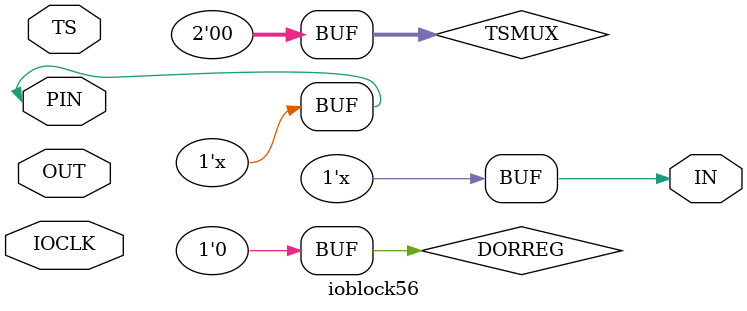
<source format=v>
module ioblock56(
	       inout  PIN,
	       input  TS,
	       input  OUT,
	       output IN,
	       input IOCLK
	       );
   
   reg 		     D;
   reg [2-1:0] 	     TSMUX;
   reg 		     DORREG;

   assign PIN = ( TSMUX == 2'b00 ) ? 1'bz : (( TSMUX == 2'b01 && TS == 1'b1 ) ? OUT : (( TSMUX == 2'b01 && TS == 1'b0 ) ? 1'bz : OUT));
   assign IN  = ( DORREG == 1'b0 ) ? PIN  : D;
   
   initial
     begin
	D=1'b0;
	TSMUX=2'b00;
	DORREG=1'b0;
     end
   
   always @(posedge IOCLK) D=PIN;
   
endmodule       

</source>
